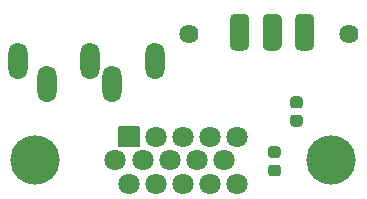
<source format=gbr>
G04 #@! TF.GenerationSoftware,KiCad,Pcbnew,(5.1.10-1-10_14)*
G04 #@! TF.CreationDate,2021-11-15T14:12:15-05:00*
G04 #@! TF.ProjectId,8DIN2VGA_New,3844494e-3256-4474-915f-4e65772e6b69,1*
G04 #@! TF.SameCoordinates,Original*
G04 #@! TF.FileFunction,Soldermask,Top*
G04 #@! TF.FilePolarity,Negative*
%FSLAX46Y46*%
G04 Gerber Fmt 4.6, Leading zero omitted, Abs format (unit mm)*
G04 Created by KiCad (PCBNEW (5.1.10-1-10_14)) date 2021-11-15 14:12:15*
%MOMM*%
%LPD*%
G01*
G04 APERTURE LIST*
%ADD10C,1.625600*%
%ADD11O,1.609600X3.117600*%
%ADD12C,1.801600*%
%ADD13C,4.167600*%
G04 APERTURE END LIST*
D10*
X140322928Y-92920000D03*
X153812928Y-92920000D03*
G36*
G01*
X149272128Y-93890400D02*
X149272128Y-91589600D01*
G75*
G02*
X149672528Y-91189200I400400J0D01*
G01*
X150473328Y-91189200D01*
G75*
G02*
X150873728Y-91589600I0J-400400D01*
G01*
X150873728Y-93890400D01*
G75*
G02*
X150473328Y-94290800I-400400J0D01*
G01*
X149672528Y-94290800D01*
G75*
G02*
X149272128Y-93890400I0J400400D01*
G01*
G37*
G36*
G01*
X143772128Y-93890400D02*
X143772128Y-91589600D01*
G75*
G02*
X144172528Y-91189200I400400J0D01*
G01*
X144973328Y-91189200D01*
G75*
G02*
X145373728Y-91589600I0J-400400D01*
G01*
X145373728Y-93890400D01*
G75*
G02*
X144973328Y-94290800I-400400J0D01*
G01*
X144172528Y-94290800D01*
G75*
G02*
X143772128Y-93890400I0J400400D01*
G01*
G37*
G36*
G01*
X146522128Y-93890400D02*
X146522128Y-91589600D01*
G75*
G02*
X146922528Y-91189200I400400J0D01*
G01*
X147723328Y-91189200D01*
G75*
G02*
X148123728Y-91589600I0J-400400D01*
G01*
X148123728Y-93890400D01*
G75*
G02*
X147723328Y-94290800I-400400J0D01*
G01*
X146922528Y-94290800D01*
G75*
G02*
X146522128Y-93890400I0J400400D01*
G01*
G37*
G36*
G01*
X149104600Y-99734200D02*
X149655400Y-99734200D01*
G75*
G02*
X149905800Y-99984600I0J-250400D01*
G01*
X149905800Y-100485400D01*
G75*
G02*
X149655400Y-100735800I-250400J0D01*
G01*
X149104600Y-100735800D01*
G75*
G02*
X148854200Y-100485400I0J250400D01*
G01*
X148854200Y-99984600D01*
G75*
G02*
X149104600Y-99734200I250400J0D01*
G01*
G37*
G36*
G01*
X149104600Y-98184200D02*
X149655400Y-98184200D01*
G75*
G02*
X149905800Y-98434600I0J-250400D01*
G01*
X149905800Y-98935400D01*
G75*
G02*
X149655400Y-99185800I-250400J0D01*
G01*
X149104600Y-99185800D01*
G75*
G02*
X148854200Y-98935400I0J250400D01*
G01*
X148854200Y-98434600D01*
G75*
G02*
X149104600Y-98184200I250400J0D01*
G01*
G37*
G36*
G01*
X147244600Y-103944200D02*
X147795400Y-103944200D01*
G75*
G02*
X148045800Y-104194600I0J-250400D01*
G01*
X148045800Y-104695400D01*
G75*
G02*
X147795400Y-104945800I-250400J0D01*
G01*
X147244600Y-104945800D01*
G75*
G02*
X146994200Y-104695400I0J250400D01*
G01*
X146994200Y-104194600D01*
G75*
G02*
X147244600Y-103944200I250400J0D01*
G01*
G37*
G36*
G01*
X147244600Y-102394200D02*
X147795400Y-102394200D01*
G75*
G02*
X148045800Y-102644600I0J-250400D01*
G01*
X148045800Y-103145400D01*
G75*
G02*
X147795400Y-103395800I-250400J0D01*
G01*
X147244600Y-103395800D01*
G75*
G02*
X146994200Y-103145400I0J250400D01*
G01*
X146994200Y-102644600D01*
G75*
G02*
X147244600Y-102394200I250400J0D01*
G01*
G37*
D11*
X125830000Y-95160000D03*
X128230000Y-97160000D03*
X131930000Y-95160000D03*
X133730000Y-97160000D03*
X137430000Y-95160000D03*
D12*
X144365000Y-105560000D03*
X142075000Y-105560000D03*
X139785000Y-105560000D03*
X137495000Y-105560000D03*
X135205000Y-105560000D03*
X143220000Y-103580000D03*
X140930000Y-103580000D03*
X138640000Y-103580000D03*
X136350000Y-103580000D03*
X134060000Y-103580000D03*
X144365000Y-101600000D03*
X142075000Y-101600000D03*
X139785000Y-101600000D03*
X137495000Y-101600000D03*
D13*
X152280000Y-103580000D03*
X127290000Y-103580000D03*
G36*
G01*
X134304200Y-102450000D02*
X134304200Y-100750000D01*
G75*
G02*
X134355000Y-100699200I50800J0D01*
G01*
X136055000Y-100699200D01*
G75*
G02*
X136105800Y-100750000I0J-50800D01*
G01*
X136105800Y-102450000D01*
G75*
G02*
X136055000Y-102500800I-50800J0D01*
G01*
X134355000Y-102500800D01*
G75*
G02*
X134304200Y-102450000I0J50800D01*
G01*
G37*
M02*

</source>
